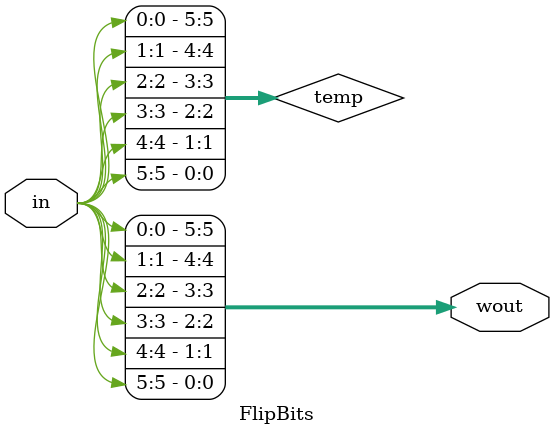
<source format=v>
`timescale 1ns / 1ps
module FlipBits(
    input[5:0] in,
	 //input clk,
	 //input rst,
    output [5:0] wout
    );


wire[5:0] temp;

assign temp[5] = in[0];
assign temp[4] = in[1];
assign temp[3] = in[2];
assign temp[2] = in[3];
assign temp[1] = in[4];
assign temp[0] = in[5];

assign wout = temp;

/*
reg [5:0] n,state,temp_o;
wire [5:0] w_o;
wire innie;
assign w_o = temp_o;
reg i;
assign innie=i;

reg[5:0] out;
assign wout = out;


always @(posedge clk) begin
	if(rst) begin
		state<=0;
		end
		
	else begin
	
		case(state)
		0: begin
			n<=0;
			state<=1;
			temp_o<=0;
			end
		1: begin
			state<=(n<6)? 2:4;
			end
		2: begin
			temp_o[n]<=in[n];
			n<=n+1;
			state<=3;
			end
		3: begin
			state<=1;
			end
		4: begin
			out<=w_o;
			state<=4;
			end
		
		endcase
	end
end	*/		
endmodule

</source>
